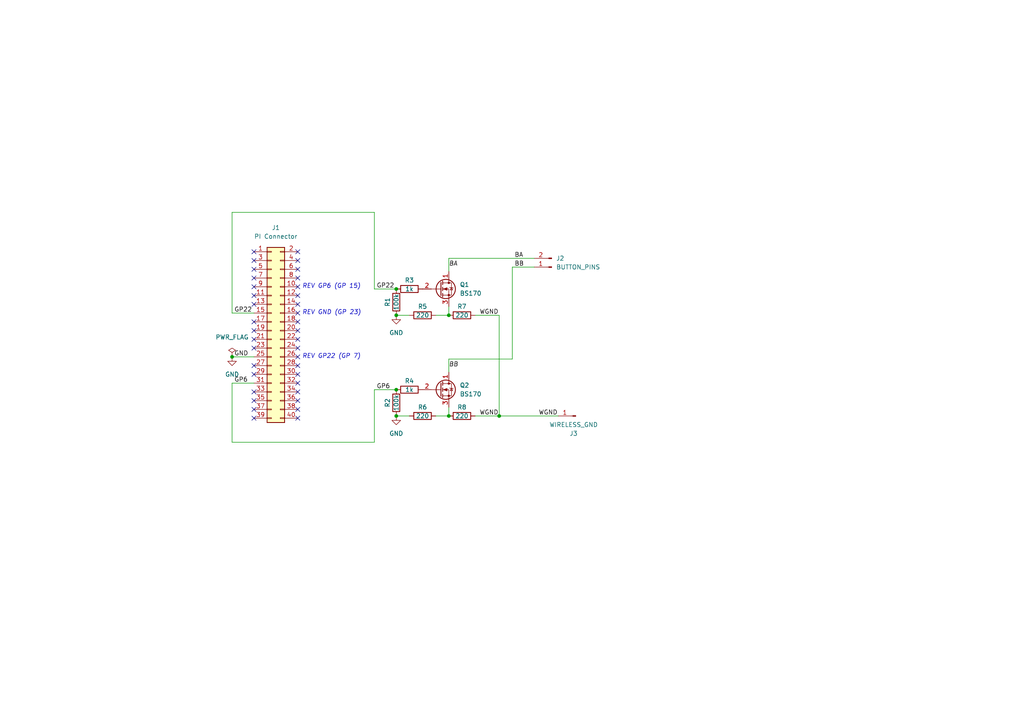
<source format=kicad_sch>
(kicad_sch (version 20211123) (generator eeschema)
  (paper "A4")
  (lib_symbols
    (symbol "Connector:Conn_01x01_Male" (pin_names (offset 1.016) hide)
      (property "Reference" "J" (at 0 2.54 0))
      (property "Value" "Conn_01x01_Male" (at 0 -2.54 0))
      (symbol "Conn_01x01_Male_1_1"
        (polyline (pts (xy 1.27 0) (xy 0.8636 0)) (stroke (width 0.1524)))
        (rectangle (start 0.8636 0.127) (end 0 -0.127) (stroke (width 0.1524)) (fill (type outline)))
        (pin passive line (at 5.08 0 180) (length 3.81) (name "Pin_1") (number "1"))
      )
    )
    (symbol "Connector:Conn_01x02_Male" (pin_names (offset 1.016) hide)
      (property "Reference" "J" (at 0 2.54 0))
      (property "Value" "Conn_01x02_Male" (at 0 -5.08 0))
      (symbol "Conn_01x02_Male_1_1"
        (polyline (pts (xy 1.27 -2.54) (xy 0.8636 -2.54)) (stroke (width 0.1524)))
        (polyline (pts (xy 1.27 0) (xy 0.8636 0)) (stroke (width 0.1524)))
        (rectangle (start 0.8636 -2.413) (end 0 -2.667) (stroke (width 0.1524)) (fill (type outline)))
        (rectangle (start 0.8636 0.127) (end 0 -0.127) (stroke (width 0.1524)) (fill (type outline)))
        (pin passive line (at 5.08 0 180) (length 3.81) (name "Pin_1") (number "1"))
        (pin passive line (at 5.08 -2.54 180) (length 3.81) (name "Pin_2") (number "2"))
      )
    )
    (symbol "Connector_Generic:Conn_02x20_Odd_Even" (pin_names (offset 1.016) hide)
      (property "Reference" "J" (at 1.27 25.4 0))
      (property "Value" "Conn_02x20_Odd_Even" (at 1.27 -27.94 0))
      (symbol "Conn_02x20_Odd_Even_1_1"
        (rectangle (start -1.27 -25.273) (end 0 -25.527) (stroke (width 0.1524)))
        (rectangle (start -1.27 -22.733) (end 0 -22.987) (stroke (width 0.1524)))
        (rectangle (start -1.27 -20.193) (end 0 -20.447) (stroke (width 0.1524)))
        (rectangle (start -1.27 -17.653) (end 0 -17.907) (stroke (width 0.1524)))
        (rectangle (start -1.27 -15.113) (end 0 -15.367) (stroke (width 0.1524)))
        (rectangle (start -1.27 -12.573) (end 0 -12.827) (stroke (width 0.1524)))
        (rectangle (start -1.27 -10.033) (end 0 -10.287) (stroke (width 0.1524)))
        (rectangle (start -1.27 -7.493) (end 0 -7.747) (stroke (width 0.1524)))
        (rectangle (start -1.27 -4.953) (end 0 -5.207) (stroke (width 0.1524)))
        (rectangle (start -1.27 -2.413) (end 0 -2.667) (stroke (width 0.1524)))
        (rectangle (start -1.27 0.127) (end 0 -0.127) (stroke (width 0.1524)))
        (rectangle (start -1.27 2.667) (end 0 2.413) (stroke (width 0.1524)))
        (rectangle (start -1.27 5.207) (end 0 4.953) (stroke (width 0.1524)))
        (rectangle (start -1.27 7.747) (end 0 7.493) (stroke (width 0.1524)))
        (rectangle (start -1.27 10.287) (end 0 10.033) (stroke (width 0.1524)))
        (rectangle (start -1.27 12.827) (end 0 12.573) (stroke (width 0.1524)))
        (rectangle (start -1.27 15.367) (end 0 15.113) (stroke (width 0.1524)))
        (rectangle (start -1.27 17.907) (end 0 17.653) (stroke (width 0.1524)))
        (rectangle (start -1.27 20.447) (end 0 20.193) (stroke (width 0.1524)))
        (rectangle (start -1.27 22.987) (end 0 22.733) (stroke (width 0.1524)))
        (rectangle (start -1.27 24.13) (end 3.81 -26.67) (stroke (width 0.254)) (fill (type background)))
        (rectangle (start 3.81 -25.273) (end 2.54 -25.527) (stroke (width 0.1524)))
        (rectangle (start 3.81 -22.733) (end 2.54 -22.987) (stroke (width 0.1524)))
        (rectangle (start 3.81 -20.193) (end 2.54 -20.447) (stroke (width 0.1524)))
        (rectangle (start 3.81 -17.653) (end 2.54 -17.907) (stroke (width 0.1524)))
        (rectangle (start 3.81 -15.113) (end 2.54 -15.367) (stroke (width 0.1524)))
        (rectangle (start 3.81 -12.573) (end 2.54 -12.827) (stroke (width 0.1524)))
        (rectangle (start 3.81 -10.033) (end 2.54 -10.287) (stroke (width 0.1524)))
        (rectangle (start 3.81 -7.493) (end 2.54 -7.747) (stroke (width 0.1524)))
        (rectangle (start 3.81 -4.953) (end 2.54 -5.207) (stroke (width 0.1524)))
        (rectangle (start 3.81 -2.413) (end 2.54 -2.667) (stroke (width 0.1524)))
        (rectangle (start 3.81 0.127) (end 2.54 -0.127) (stroke (width 0.1524)))
        (rectangle (start 3.81 2.667) (end 2.54 2.413) (stroke (width 0.1524)))
        (rectangle (start 3.81 5.207) (end 2.54 4.953) (stroke (width 0.1524)))
        (rectangle (start 3.81 7.747) (end 2.54 7.493) (stroke (width 0.1524)))
        (rectangle (start 3.81 10.287) (end 2.54 10.033) (stroke (width 0.1524)))
        (rectangle (start 3.81 12.827) (end 2.54 12.573) (stroke (width 0.1524)))
        (rectangle (start 3.81 15.367) (end 2.54 15.113) (stroke (width 0.1524)))
        (rectangle (start 3.81 17.907) (end 2.54 17.653) (stroke (width 0.1524)))
        (rectangle (start 3.81 20.447) (end 2.54 20.193) (stroke (width 0.1524)))
        (rectangle (start 3.81 22.987) (end 2.54 22.733) (stroke (width 0.1524)))
        (pin passive line (at -5.08 22.86 0) (length 3.81) (name "Pin_1") (number "1"))
        (pin passive line (at 7.62 12.7 180) (length 3.81) (name "Pin_10") (number "10"))
        (pin passive line (at -5.08 10.16 0) (length 3.81) (name "Pin_11") (number "11"))
        (pin passive line (at 7.62 10.16 180) (length 3.81) (name "Pin_12") (number "12"))
        (pin passive line (at -5.08 7.62 0) (length 3.81) (name "Pin_13") (number "13"))
        (pin passive line (at 7.62 7.62 180) (length 3.81) (name "Pin_14") (number "14"))
        (pin passive line (at -5.08 5.08 0) (length 3.81) (name "Pin_15") (number "15"))
        (pin passive line (at 7.62 5.08 180) (length 3.81) (name "Pin_16") (number "16"))
        (pin passive line (at -5.08 2.54 0) (length 3.81) (name "Pin_17") (number "17"))
        (pin passive line (at 7.62 2.54 180) (length 3.81) (name "Pin_18") (number "18"))
        (pin passive line (at -5.08 0 0) (length 3.81) (name "Pin_19") (number "19"))
        (pin passive line (at 7.62 22.86 180) (length 3.81) (name "Pin_2") (number "2"))
        (pin passive line (at 7.62 0 180) (length 3.81) (name "Pin_20") (number "20"))
        (pin passive line (at -5.08 -2.54 0) (length 3.81) (name "Pin_21") (number "21"))
        (pin passive line (at 7.62 -2.54 180) (length 3.81) (name "Pin_22") (number "22"))
        (pin passive line (at -5.08 -5.08 0) (length 3.81) (name "Pin_23") (number "23"))
        (pin passive line (at 7.62 -5.08 180) (length 3.81) (name "Pin_24") (number "24"))
        (pin passive line (at -5.08 -7.62 0) (length 3.81) (name "Pin_25") (number "25"))
        (pin passive line (at 7.62 -7.62 180) (length 3.81) (name "Pin_26") (number "26"))
        (pin passive line (at -5.08 -10.16 0) (length 3.81) (name "Pin_27") (number "27"))
        (pin passive line (at 7.62 -10.16 180) (length 3.81) (name "Pin_28") (number "28"))
        (pin passive line (at -5.08 -12.7 0) (length 3.81) (name "Pin_29") (number "29"))
        (pin passive line (at -5.08 20.32 0) (length 3.81) (name "Pin_3") (number "3"))
        (pin passive line (at 7.62 -12.7 180) (length 3.81) (name "Pin_30") (number "30"))
        (pin passive line (at -5.08 -15.24 0) (length 3.81) (name "Pin_31") (number "31"))
        (pin passive line (at 7.62 -15.24 180) (length 3.81) (name "Pin_32") (number "32"))
        (pin passive line (at -5.08 -17.78 0) (length 3.81) (name "Pin_33") (number "33"))
        (pin passive line (at 7.62 -17.78 180) (length 3.81) (name "Pin_34") (number "34"))
        (pin passive line (at -5.08 -20.32 0) (length 3.81) (name "Pin_35") (number "35"))
        (pin passive line (at 7.62 -20.32 180) (length 3.81) (name "Pin_36") (number "36"))
        (pin passive line (at -5.08 -22.86 0) (length 3.81) (name "Pin_37") (number "37"))
        (pin passive line (at 7.62 -22.86 180) (length 3.81) (name "Pin_38") (number "38"))
        (pin passive line (at -5.08 -25.4 0) (length 3.81) (name "Pin_39") (number "39"))
        (pin passive line (at 7.62 20.32 180) (length 3.81) (name "Pin_4") (number "4"))
        (pin passive line (at 7.62 -25.4 180) (length 3.81) (name "Pin_40") (number "40"))
        (pin passive line (at -5.08 17.78 0) (length 3.81) (name "Pin_5") (number "5"))
        (pin passive line (at 7.62 17.78 180) (length 3.81) (name "Pin_6") (number "6"))
        (pin passive line (at -5.08 15.24 0) (length 3.81) (name "Pin_7") (number "7"))
        (pin passive line (at 7.62 15.24 180) (length 3.81) (name "Pin_8") (number "8"))
        (pin passive line (at -5.08 12.7 0) (length 3.81) (name "Pin_9") (number "9"))
      )
    )
    (symbol "Device:R" (pin_numbers hide) (pin_names (offset 0))
      (property "Reference" "R" (at 2.032 0 90))
      (property "Value" "R" (at 0 0 90))
      (symbol "R_0_1"
        (rectangle (start -1.016 -2.54) (end 1.016 2.54) (stroke (width 0.254)))
      )
      (symbol "R_1_1"
        (pin passive line (at 0 3.81 270) (length 1.27) (name "~") (number "1"))
        (pin passive line (at 0 -3.81 90) (length 1.27) (name "~") (number "2"))
      )
    )
    (symbol "Transistor_FET:BS170" (pin_names hide)
      (property "Reference" "Q" (at 5.08 1.905 0))
      (property "Value" "BS170" (at 5.08 0 0))
      (symbol "BS170_0_1"
        (polyline (pts (xy 0.254 0) (xy -2.54 0)))
        (polyline (pts (xy 0.254 1.905) (xy 0.254 -1.905)) (stroke (width 0.254)))
        (polyline (pts (xy 0.762 -1.27) (xy 0.762 -2.286)) (stroke (width 0.254)))
        (polyline (pts (xy 0.762 0.508) (xy 0.762 -0.508)) (stroke (width 0.254)))
        (polyline (pts (xy 0.762 2.286) (xy 0.762 1.27)) (stroke (width 0.254)))
        (polyline (pts (xy 2.54 2.54) (xy 2.54 1.778)))
        (polyline (pts (xy 2.54 -2.54) (xy 2.54 0) (xy 0.762 0)))
        (polyline (pts (xy 0.762 -1.778) (xy 3.302 -1.778) (xy 3.302 1.778) (xy 0.762 1.778)))
        (polyline (pts (xy 1.016 0) (xy 2.032 0.381) (xy 2.032 -0.381) (xy 1.016 0)) (fill (type outline)))
        (polyline (pts (xy 2.794 0.508) (xy 2.921 0.381) (xy 3.683 0.381) (xy 3.81 0.254)))
        (polyline (pts (xy 3.302 0.381) (xy 2.921 -0.254) (xy 3.683 -0.254) (xy 3.302 0.381)))
        (circle (center 1.651 0) (radius 2.794) (stroke (width 0.254)))
        (circle (center 2.54 -1.778) (radius 0.254) (fill (type outline)))
        (circle (center 2.54 1.778) (radius 0.254) (fill (type outline)))
      )
      (symbol "BS170_1_1"
        (pin passive line (at 2.54 5.08 270) (length 2.54) (name "D") (number "1"))
        (pin input line (at -5.08 0 0) (length 2.54) (name "G") (number "2"))
        (pin passive line (at 2.54 -5.08 90) (length 2.54) (name "S") (number "3"))
      )
    )
    (symbol "power:GND" (power) (pin_names (offset 0))
      (property "Value" "GND" (at 0 -3.81 0))
      (symbol "GND_0_1"
        (polyline (pts (xy 0 0) (xy 0 -1.27) (xy 1.27 -1.27) (xy 0 -2.54) (xy -1.27 -1.27) (xy 0 -1.27)))
      )
      (symbol "GND_1_1"
        (pin power_in line (at 0 0 270) (length 0) hide (name "GND") (number "1"))
      )
    )
    (symbol "power:PWR_FLAG" (power) (pin_numbers hide) (pin_names (offset 0) hide)
      (property "Value" "PWR_FLAG" (at 0 3.81 0))
      (symbol "PWR_FLAG_0_0"
        (pin power_out line (at 0 0 90) (length 0) (name "pwr") (number "1"))
      )
      (symbol "PWR_FLAG_0_1"
        (polyline (pts (xy 0 0) (xy 0 1.27) (xy -1.016 1.905) (xy 0 2.54) (xy 1.016 1.905) (xy 0 1.27)))
      )
    )
  )
  (junction (at 114.935 120.65))
  (junction (at 144.78 120.65))
  (junction (at 114.935 113.03))
  (junction (at 130.175 120.65))
  (junction (at 114.935 91.44))
  (junction (at 130.175 91.44))
  (junction (at 114.935 83.82))
  (junction (at 67.31 103.505))
  (no_connect (at 86.36 80.645))
  (no_connect (at 73.66 118.745))
  (no_connect (at 86.36 78.105))
  (no_connect (at 86.36 118.745))
  (no_connect (at 73.66 93.345))
  (no_connect (at 73.66 83.185))
  (no_connect (at 73.66 78.105))
  (no_connect (at 86.36 85.725))
  (no_connect (at 86.36 93.345))
  (no_connect (at 86.36 103.505))
  (no_connect (at 73.66 113.665))
  (no_connect (at 73.66 85.725))
  (no_connect (at 73.66 80.645))
  (no_connect (at 86.36 121.285))
  (no_connect (at 73.66 75.565))
  (no_connect (at 86.36 75.565))
  (no_connect (at 86.36 113.665))
  (no_connect (at 86.36 98.425))
  (no_connect (at 86.36 88.265))
  (no_connect (at 73.66 98.425))
  (no_connect (at 73.66 95.885))
  (no_connect (at 73.66 100.965))
  (no_connect (at 86.36 90.805))
  (no_connect (at 73.66 108.585))
  (no_connect (at 86.36 83.185))
  (no_connect (at 86.36 106.045))
  (no_connect (at 86.36 116.205))
  (no_connect (at 86.36 100.965))
  (no_connect (at 86.36 95.885))
  (no_connect (at 86.36 111.125))
  (no_connect (at 73.66 106.045))
  (no_connect (at 86.36 73.025))
  (no_connect (at 73.66 121.285))
  (no_connect (at 86.36 108.585))
  (no_connect (at 73.66 116.205))
  (no_connect (at 73.66 88.265))
  (no_connect (at 73.66 73.025))
  (wire (pts (xy 67.31 61.595) (xy 67.31 90.805)))
  (wire (pts (xy 67.31 111.125) (xy 73.66 111.125)))
  (wire (pts (xy 67.31 90.805) (xy 73.66 90.805)))
  (wire (pts (xy 67.31 103.505) (xy 73.66 103.505)))
  (wire (pts (xy 137.795 120.65) (xy 144.78 120.65)))
  (wire (pts (xy 148.59 77.47) (xy 154.94 77.47)))
  (wire (pts (xy 67.31 128.27) (xy 67.31 111.125)))
  (wire (pts (xy 130.175 104.14) (xy 130.175 107.95)))
  (wire (pts (xy 130.175 74.93) (xy 154.94 74.93)))
  (wire (pts (xy 108.585 61.595) (xy 67.31 61.595)))
  (wire (pts (xy 108.585 113.03) (xy 114.935 113.03)))
  (wire (pts (xy 148.59 104.14) (xy 148.59 77.47)))
  (wire (pts (xy 108.585 128.27) (xy 67.31 128.27)))
  (wire (pts (xy 108.585 83.82) (xy 108.585 61.595)))
  (wire (pts (xy 126.365 120.65) (xy 130.175 120.65)))
  (wire (pts (xy 108.585 113.03) (xy 108.585 128.27)))
  (wire (pts (xy 114.935 91.44) (xy 118.745 91.44)))
  (wire (pts (xy 130.175 104.14) (xy 148.59 104.14)))
  (wire (pts (xy 144.78 91.44) (xy 144.78 120.65)))
  (wire (pts (xy 130.175 91.44) (xy 130.175 88.9)))
  (wire (pts (xy 130.175 74.93) (xy 130.175 78.74)))
  (wire (pts (xy 144.78 120.65) (xy 161.925 120.65)))
  (wire (pts (xy 114.935 120.65) (xy 118.745 120.65)))
  (wire (pts (xy 126.365 91.44) (xy 130.175 91.44)))
  (wire (pts (xy 130.175 120.65) (xy 130.175 118.11)))
  (wire (pts (xy 137.795 91.44) (xy 144.78 91.44)))
  (wire (pts (xy 108.585 83.82) (xy 114.935 83.82)))
  (text "REV GP22 (GP 7)" (at 87.63 104.14 0) (effects (font (size 1.27 1.27) italic) (justify left bottom)))
  (text "REV GND (GP 23)" (at 87.63 91.44 0) (effects (font (size 1.27 1.27) italic) (justify left bottom)))
  (text "REV GP6 (GP 15)" (at 87.63 83.82 0) (effects (font (size 1.27 1.27) italic) (justify left bottom)))
  (label "WGND" (at 139.065 91.44 0))
  (label "GP6" (at 109.22 113.03 0))
  (label "GP22" (at 67.945 90.805 0))
  (label "GP22" (at 109.22 83.82 0))
  (label "BB" (at 149.225 77.47 0))
  (label "GP6" (at 67.945 111.125 0))
  (label "BA" (at 149.225 74.93 0))
  (label "GND" (at 67.945 103.505 0))
  (label "BB" (at 130.175 106.68 0) (effects (font italic)))
  (label "WGND" (at 139.065 120.65 0))
  (label "BA" (at 130.175 77.47 0) (effects (font italic)))
  (label "WGND" (at 156.21 120.65 0))
  (symbol (lib_id "Device:R") (at 118.745 113.03 90) (unit 1)
    (property "Reference" "R4" (at 118.745 110.49 90))
    (property "Value" "1k" (at 118.745 113.03 90))
    (property "Footprint" "Resistor_THT:R_Axial_DIN0207_L6.3mm_D2.5mm_P10.16mm_Horizontal" (effects hide))
  )
  (symbol (lib_id "power:GND") (at 114.935 120.65 0) (unit 1)
    (property "Reference" "#PWR03" (effects hide))
    (property "Value" "GND" (at 114.935 125.73 0))
  )
  (symbol (lib_id "Transistor_FET:BS170") (at 127.635 83.82 0) (unit 1)
    (property "Reference" "Q1" (at 133.35 82.5499 0) (effects (justify left)))
    (property "Value" "BS170" (at 133.35 85.0899 0) (effects (justify left)))
    (property "Footprint" "Package_TO_SOT_THT:TO-92_Inline_Wide" (effects hide))
    (property "Datasheet" "https://www.onsemi.com/pub/Collateral/BS170-D.PDF" (effects hide))
  )
  (symbol (lib_id "Device:R") (at 118.745 83.82 90) (unit 1)
    (property "Reference" "R3" (at 118.745 81.28 90))
    (property "Value" "1k" (at 118.745 83.82 90))
    (property "Footprint" "Resistor_THT:R_Axial_DIN0207_L6.3mm_D2.5mm_P10.16mm_Horizontal" (effects hide))
  )
  (symbol (lib_id "Connector_Generic:Conn_02x20_Odd_Even") (at 78.74 95.885 0) (unit 1)
    (property "Reference" "J1" (at 80.01 66.04 0))
    (property "Value" "PI Connector" (at 80.01 68.58 0))
    (property "Footprint" "Connector_PinSocket_2.54mm:PinSocket_2x20_P2.54mm_Vertical" (effects hide))
  )
  (symbol (lib_id "power:PWR_FLAG") (at 67.31 103.505 0) (unit 1)
    (property "Reference" "#FLG0101" (effects hide))
    (property "Value" "PWR_FLAG" (at 67.31 97.79 0))
  )
  (symbol (lib_id "Connector:Conn_01x01_Male") (at 167.005 120.65 180) (unit 1)
    (property "Reference" "J3" (at 166.37 125.73 0))
    (property "Value" "WIRELESS_GND" (at 166.37 123.19 0))
    (property "Footprint" "Connector_PinSocket_2.54mm:PinSocket_1x01_P2.54mm_Vertical" (effects hide))
  )
  (symbol (lib_id "Transistor_FET:BS170") (at 127.635 113.03 0) (unit 1)
    (property "Reference" "Q2" (at 133.35 111.7599 0) (effects (justify left)))
    (property "Value" "BS170" (at 133.35 114.2999 0) (effects (justify left)))
    (property "Footprint" "Package_TO_SOT_THT:TO-92_Inline_Wide" (effects hide))
    (property "Datasheet" "https://www.onsemi.com/pub/Collateral/BS170-D.PDF" (effects hide))
  )
  (symbol (lib_id "Device:R") (at 114.935 116.84 180) (unit 1)
    (property "Reference" "R2" (at 112.395 116.84 90))
    (property "Value" "100k" (at 114.935 116.84 90))
    (property "Footprint" "Resistor_THT:R_Axial_DIN0207_L6.3mm_D2.5mm_P10.16mm_Horizontal" (effects hide))
  )
  (symbol (lib_id "power:GND") (at 114.935 91.44 0) (unit 1)
    (property "Reference" "#PWR02" (effects hide))
    (property "Value" "GND" (at 114.935 96.52 0))
  )
  (symbol (lib_id "power:GND") (at 67.31 103.505 0) (unit 1)
    (property "Reference" "#PWR01" (effects hide))
    (property "Value" "GND" (at 67.31 108.585 0))
  )
  (symbol (lib_id "Device:R") (at 122.555 120.65 90) (unit 1)
    (property "Reference" "R6" (at 122.555 118.11 90))
    (property "Value" "220" (at 122.555 120.65 90))
    (property "Footprint" "Resistor_THT:R_Axial_DIN0207_L6.3mm_D2.5mm_P10.16mm_Horizontal" (effects hide))
  )
  (symbol (lib_id "Device:R") (at 122.555 91.44 90) (unit 1)
    (property "Reference" "R5" (at 122.555 88.9 90))
    (property "Value" "220" (at 122.555 91.44 90))
    (property "Footprint" "Resistor_THT:R_Axial_DIN0207_L6.3mm_D2.5mm_P10.16mm_Horizontal" (effects hide))
  )
  (symbol (lib_id "Device:R") (at 114.935 87.63 180) (unit 1)
    (property "Reference" "R1" (at 112.395 87.63 90))
    (property "Value" "100k" (at 114.935 87.63 90))
    (property "Footprint" "Resistor_THT:R_Axial_DIN0207_L6.3mm_D2.5mm_P10.16mm_Horizontal" (effects hide))
  )
  (symbol (lib_id "Connector:Conn_01x02_Male") (at 160.02 77.47 180) (unit 1)
    (property "Reference" "J2" (at 161.29 74.9299 0) (effects (justify right)))
    (property "Value" "BUTTON_PINS" (at 161.29 77.4699 0) (effects (justify right)))
    (property "Footprint" "Connector_PinSocket_2.54mm:PinSocket_1x02_P2.54mm_Vertical" (effects hide))
  )
  (symbol (lib_id "Device:R") (at 133.985 120.65 90) (unit 1)
    (property "Reference" "R8" (at 133.985 118.11 90))
    (property "Value" "220" (at 133.985 120.65 90))
    (property "Footprint" "Resistor_THT:R_Axial_DIN0207_L6.3mm_D2.5mm_P10.16mm_Horizontal" (effects hide))
  )
  (symbol (lib_id "Device:R") (at 133.985 91.44 90) (unit 1)
    (property "Reference" "R7" (at 133.985 88.9 90))
    (property "Value" "220" (at 133.985 91.44 90))
    (property "Footprint" "Resistor_THT:R_Axial_DIN0207_L6.3mm_D2.5mm_P10.16mm_Horizontal" (effects hide))
  )
)
</source>
